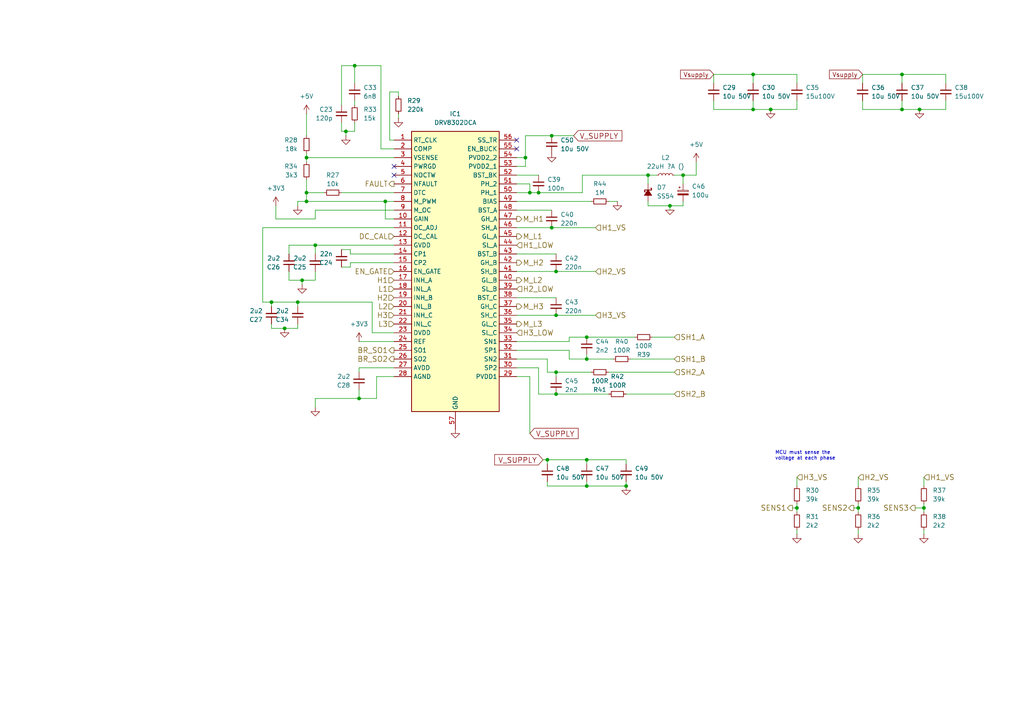
<source format=kicad_sch>
(kicad_sch (version 20231120) (generator "eeschema") (generator_version "8.0")
  (paper "A4")
  (lib_symbols
    (symbol "BLDC_4-rescue:GND-RESCUE-BLDC_4" (power) (pin_names (offset 0))
      (symbol "GND-RESCUE-BLDC_4_0_1"
        (polyline (pts (xy -1.27 0) (xy 0 -1.27) (xy 1.27 0) (xy -1.27 0)))
      )
      (symbol "GND-RESCUE-BLDC_4_1_1"
        (pin power_in line (at 0 0 90) (length 0) hide (name "GND") (number "1"))
      )
    )
    (symbol "Device:C_Polarized_Small" (pin_numbers hide) (pin_names (offset 0.254) hide)
      (property "Reference" "C" (at 0.254 1.778 0))
      (property "Value" "C_Polarized_Small" (at 0.254 -2.032 0))
      (symbol "C_Polarized_Small_0_1"
        (rectangle (start -1.524 -0.3048) (end 1.524 -0.6858) (fill (type outline)))
        (rectangle (start -1.524 0.6858) (end 1.524 0.3048))
        (polyline (pts (xy -1.27 1.524) (xy -0.762 1.524)))
        (polyline (pts (xy -1.016 1.27) (xy -1.016 1.778)))
      )
      (symbol "C_Polarized_Small_1_1"
        (pin passive line (at 0 2.54 270) (length 1.8542) (name "~") (number "1"))
        (pin passive line (at 0 -2.54 90) (length 1.8542) (name "~") (number "2"))
      )
    )
    (symbol "Device:C_Small" (pin_numbers hide) (pin_names (offset 0.254) hide)
      (property "Reference" "C" (at 0.254 1.778 0))
      (property "Value" "C_Small" (at 0.254 -2.032 0))
      (symbol "C_Small_0_1"
        (polyline (pts (xy -1.524 -0.508) (xy 1.524 -0.508)) (stroke (width 0.3302)))
        (polyline (pts (xy -1.524 0.508) (xy 1.524 0.508)) (stroke (width 0.3048)))
      )
      (symbol "C_Small_1_1"
        (pin passive line (at 0 2.54 270) (length 2.032) (name "~") (number "1"))
        (pin passive line (at 0 -2.54 90) (length 2.032) (name "~") (number "2"))
      )
    )
    (symbol "Device:D_Schottky_Small_Filled" (pin_numbers hide) (pin_names (offset 0.254) hide)
      (property "Reference" "D" (at -1.27 2.032 0))
      (property "Value" "D_Schottky_Small_Filled" (at -7.112 -2.032 0))
      (symbol "D_Schottky_Small_Filled_0_1"
        (polyline (pts (xy -0.762 0) (xy 0.762 0)))
        (polyline (pts (xy 0.762 -1.016) (xy -0.762 0) (xy 0.762 1.016) (xy 0.762 -1.016)) (stroke (width 0.254)) (fill (type outline)))
        (polyline (pts (xy -1.27 0.762) (xy -1.27 1.016) (xy -0.762 1.016) (xy -0.762 -1.016) (xy -0.254 -1.016) (xy -0.254 -0.762)) (stroke (width 0.254)))
      )
      (symbol "D_Schottky_Small_Filled_1_1"
        (pin passive line (at -2.54 0 0) (length 1.778) (name "K") (number "1"))
        (pin passive line (at 2.54 0 180) (length 1.778) (name "A") (number "2"))
      )
    )
    (symbol "Device:L_Small" (pin_numbers hide) (pin_names (offset 0.254) hide)
      (property "Reference" "L" (at 0.762 1.016 0))
      (property "Value" "L_Small" (at 0.762 -1.016 0))
      (symbol "L_Small_0_1"
        (arc (start 0 -2.032) (mid 0.5058 -1.524) (end 0 -1.016))
        (arc (start 0 -1.016) (mid 0.5058 -0.508) (end 0 0))
        (arc (start 0 0) (mid 0.5058 0.508) (end 0 1.016))
        (arc (start 0 1.016) (mid 0.5058 1.524) (end 0 2.032))
      )
      (symbol "L_Small_1_1"
        (pin passive line (at 0 2.54 270) (length 0.508) (name "~") (number "1"))
        (pin passive line (at 0 -2.54 90) (length 0.508) (name "~") (number "2"))
      )
    )
    (symbol "Device:R_Small" (pin_numbers hide) (pin_names (offset 0.254) hide)
      (property "Reference" "R" (at 0.762 0.508 0))
      (property "Value" "R_Small" (at 0.762 -1.016 0))
      (symbol "R_Small_0_1"
        (rectangle (start -0.762 1.778) (end 0.762 -1.778) (stroke (width 0.2032)))
      )
      (symbol "R_Small_1_1"
        (pin passive line (at 0 2.54 270) (length 0.762) (name "~") (number "1"))
        (pin passive line (at 0 -2.54 90) (length 0.762) (name "~") (number "2"))
      )
    )
    (symbol "SamacSys_Parts_EP6:DRV8302DCA"
      (property "Reference" "IC" (at 31.75 7.62 0))
      (property "Value" "DRV8302DCA" (at 31.75 5.08 0))
      (symbol "DRV8302DCA_1_1"
        (rectangle (start 5.08 2.54) (end 30.48 -78.74) (stroke (width 0.254)) (fill (type background)))
        (pin passive line (at 0 0 0) (length 5.08) (name "RT_CLK") (number "1"))
        (pin passive line (at 0 -22.86 0) (length 5.08) (name "GAIN") (number "10"))
        (pin passive line (at 0 -25.4 0) (length 5.08) (name "OC_ADJ") (number "11"))
        (pin passive line (at 0 -27.94 0) (length 5.08) (name "DC_CAL") (number "12"))
        (pin passive line (at 0 -30.48 0) (length 5.08) (name "GVDD") (number "13"))
        (pin passive line (at 0 -33.02 0) (length 5.08) (name "CP1") (number "14"))
        (pin passive line (at 0 -35.56 0) (length 5.08) (name "CP2") (number "15"))
        (pin passive line (at 0 -38.1 0) (length 5.08) (name "EN_GATE") (number "16"))
        (pin passive line (at 0 -40.64 0) (length 5.08) (name "INH_A") (number "17"))
        (pin passive line (at 0 -43.18 0) (length 5.08) (name "INL_A") (number "18"))
        (pin passive line (at 0 -45.72 0) (length 5.08) (name "INH_B") (number "19"))
        (pin passive line (at 0 -2.54 0) (length 5.08) (name "COMP") (number "2"))
        (pin passive line (at 0 -48.26 0) (length 5.08) (name "INL_B") (number "20"))
        (pin passive line (at 0 -50.8 0) (length 5.08) (name "INH_C") (number "21"))
        (pin passive line (at 0 -53.34 0) (length 5.08) (name "INL_C") (number "22"))
        (pin passive line (at 0 -55.88 0) (length 5.08) (name "DVDD") (number "23"))
        (pin passive line (at 0 -58.42 0) (length 5.08) (name "REF") (number "24"))
        (pin passive line (at 0 -60.96 0) (length 5.08) (name "SO1") (number "25"))
        (pin passive line (at 0 -63.5 0) (length 5.08) (name "SO2") (number "26"))
        (pin passive line (at 0 -66.04 0) (length 5.08) (name "AVDD") (number "27"))
        (pin passive line (at 0 -68.58 0) (length 5.08) (name "AGND") (number "28"))
        (pin passive line (at 35.56 -68.58 180) (length 5.08) (name "PVDD1") (number "29"))
        (pin passive line (at 0 -5.08 0) (length 5.08) (name "VSENSE") (number "3"))
        (pin passive line (at 35.56 -66.04 180) (length 5.08) (name "SP2") (number "30"))
        (pin passive line (at 35.56 -63.5 180) (length 5.08) (name "SN2") (number "31"))
        (pin passive line (at 35.56 -60.96 180) (length 5.08) (name "SP1") (number "32"))
        (pin passive line (at 35.56 -58.42 180) (length 5.08) (name "SN1") (number "33"))
        (pin passive line (at 35.56 -55.88 180) (length 5.08) (name "SL_C") (number "34"))
        (pin passive line (at 35.56 -53.34 180) (length 5.08) (name "GL_C") (number "35"))
        (pin passive line (at 35.56 -50.8 180) (length 5.08) (name "SH_C") (number "36"))
        (pin passive line (at 35.56 -48.26 180) (length 5.08) (name "GH_C") (number "37"))
        (pin passive line (at 35.56 -45.72 180) (length 5.08) (name "BST_C") (number "38"))
        (pin passive line (at 35.56 -43.18 180) (length 5.08) (name "SL_B") (number "39"))
        (pin passive line (at 0 -7.62 0) (length 5.08) (name "PWRGD") (number "4"))
        (pin passive line (at 35.56 -40.64 180) (length 5.08) (name "GL_B") (number "40"))
        (pin passive line (at 35.56 -38.1 180) (length 5.08) (name "SH_B") (number "41"))
        (pin passive line (at 35.56 -35.56 180) (length 5.08) (name "GH_B") (number "42"))
        (pin passive line (at 35.56 -33.02 180) (length 5.08) (name "BST_B") (number "43"))
        (pin passive line (at 35.56 -30.48 180) (length 5.08) (name "SL_A") (number "44"))
        (pin passive line (at 35.56 -27.94 180) (length 5.08) (name "GL_A") (number "45"))
        (pin passive line (at 35.56 -25.4 180) (length 5.08) (name "SH_A") (number "46"))
        (pin passive line (at 35.56 -22.86 180) (length 5.08) (name "GH_A") (number "47"))
        (pin passive line (at 35.56 -20.32 180) (length 5.08) (name "BST_A") (number "48"))
        (pin passive line (at 35.56 -17.78 180) (length 5.08) (name "BIAS") (number "49"))
        (pin passive line (at 0 -10.16 0) (length 5.08) (name "NOCTW") (number "5"))
        (pin passive line (at 35.56 -15.24 180) (length 5.08) (name "PH_1") (number "50"))
        (pin passive line (at 35.56 -12.7 180) (length 5.08) (name "PH_2") (number "51"))
        (pin passive line (at 35.56 -10.16 180) (length 5.08) (name "BST_BK") (number "52"))
        (pin passive line (at 35.56 -7.62 180) (length 5.08) (name "PVDD2_1") (number "53"))
        (pin passive line (at 35.56 -5.08 180) (length 5.08) (name "PVDD2_2") (number "54"))
        (pin passive line (at 35.56 -2.54 180) (length 5.08) (name "EN_BUCK") (number "55"))
        (pin passive line (at 35.56 0 180) (length 5.08) (name "SS_TR") (number "56"))
        (pin passive line (at 17.78 -83.82 90) (length 5.08) (name "GND") (number "57"))
        (pin passive line (at 0 -12.7 0) (length 5.08) (name "NFAULT") (number "6"))
        (pin passive line (at 0 -15.24 0) (length 5.08) (name "DTC") (number "7"))
        (pin passive line (at 0 -17.78 0) (length 5.08) (name "M_PWM") (number "8"))
        (pin passive line (at 0 -20.32 0) (length 5.08) (name "M_OC") (number "9"))
      )
    )
    (symbol "power:+3V3" (power) (pin_numbers hide) (pin_names (offset 0) hide)
      (property "Value" "+3V3" (at 0 3.556 0))
      (symbol "+3V3_0_1"
        (polyline (pts (xy -0.762 1.27) (xy 0 2.54)))
        (polyline (pts (xy 0 0) (xy 0 2.54)))
        (polyline (pts (xy 0 2.54) (xy 0.762 1.27)))
      )
      (symbol "+3V3_1_1"
        (pin power_in line (at 0 0 90) (length 0) (name "~") (number "1"))
      )
    )
    (symbol "power:+5V" (power) (pin_numbers hide) (pin_names (offset 0) hide)
      (property "Value" "+5V" (at 0 3.556 0))
      (symbol "+5V_0_1"
        (polyline (pts (xy -0.762 1.27) (xy 0 2.54)))
        (polyline (pts (xy 0 0) (xy 0 2.54)))
        (polyline (pts (xy 0 2.54) (xy 0.762 1.27)))
      )
      (symbol "+5V_1_1"
        (pin power_in line (at 0 0 90) (length 0) (name "~") (number "1"))
      )
    )
    (symbol "power:GND" (power) (pin_numbers hide) (pin_names (offset 0) hide)
      (property "Value" "GND" (at 0 -3.81 0))
      (symbol "GND_0_1"
        (polyline (pts (xy 0 0) (xy 0 -1.27) (xy 1.27 -1.27) (xy 0 -2.54) (xy -1.27 -1.27) (xy 0 -1.27)))
      )
      (symbol "GND_1_1"
        (pin power_in line (at 0 0 270) (length 0) (name "~") (number "1"))
      )
    )
  )
  (junction (at 161.29 91.44))
  (junction (at 218.44 21.59))
  (junction (at 231.14 147.32))
  (junction (at 88.9 55.88))
  (junction (at 91.44 71.12))
  (junction (at 153.67 55.88))
  (junction (at 152.4 45.72))
  (junction (at 78.74 87.63))
  (junction (at 86.36 87.63))
  (junction (at 88.9 45.72))
  (junction (at 158.75 133.35))
  (junction (at 111.76 58.42))
  (junction (at 261.62 31.75))
  (junction (at 266.7 31.75))
  (junction (at 267.97 147.32))
  (junction (at 88.9 58.42))
  (junction (at 218.44 31.75))
  (junction (at 104.14 115.57))
  (junction (at 170.18 140.97))
  (junction (at 187.96 50.8))
  (junction (at 261.62 21.59))
  (junction (at 161.29 114.3))
  (junction (at 170.18 133.35))
  (junction (at 87.63 81.28))
  (junction (at 160.02 39.37))
  (junction (at 82.55 95.25))
  (junction (at 161.29 78.74))
  (junction (at 223.52 31.75))
  (junction (at 170.18 97.79))
  (junction (at 156.21 55.88))
  (junction (at 161.29 107.95))
  (junction (at 181.61 140.97))
  (junction (at 248.92 147.32))
  (junction (at 102.87 19.05))
  (junction (at 194.31 59.69))
  (junction (at 100.33 38.1))
  (junction (at 160.02 66.04))
  (junction (at 170.18 104.14))
  (junction (at 198.12 50.8))
  (no_connect (at 149.86 43.18))
  (no_connect (at 149.86 40.64))
  (no_connect (at 114.3 50.8))
  (no_connect (at 114.3 48.26))
  (wire (pts (xy 170.18 140.97) (xy 170.18 139.7)))
  (wire (pts (xy 76.2 66.04) (xy 114.3 66.04)))
  (wire (pts (xy 231.14 31.75) (xy 231.14 29.21)))
  (wire (pts (xy 207.01 31.75) (xy 207.01 29.21)))
  (wire (pts (xy 88.9 45.72) (xy 88.9 46.99)))
  (wire (pts (xy 267.97 154.94) (xy 267.97 153.67)))
  (wire (pts (xy 165.1 97.79) (xy 165.1 99.06)))
  (wire (pts (xy 274.32 31.75) (xy 274.32 29.21)))
  (wire (pts (xy 176.53 107.95) (xy 195.58 107.95)))
  (wire (pts (xy 149.86 101.6) (xy 165.1 101.6)))
  (wire (pts (xy 274.32 31.75) (xy 266.7 31.75)))
  (wire (pts (xy 78.74 87.63) (xy 86.36 87.63)))
  (wire (pts (xy 87.63 81.28) (xy 91.44 81.28)))
  (wire (pts (xy 99.06 30.48) (xy 99.06 19.05)))
  (wire (pts (xy 113.03 40.64) (xy 113.03 26.67)))
  (wire (pts (xy 149.86 50.8) (xy 156.21 50.8)))
  (wire (pts (xy 261.62 24.13) (xy 261.62 21.59)))
  (wire (pts (xy 171.45 58.42) (xy 149.86 58.42)))
  (wire (pts (xy 110.49 43.18) (xy 114.3 43.18)))
  (wire (pts (xy 267.97 148.59) (xy 267.97 147.32)))
  (wire (pts (xy 86.36 58.42) (xy 86.36 59.69)))
  (wire (pts (xy 153.67 109.22) (xy 153.67 125.73)))
  (wire (pts (xy 168.91 50.8) (xy 187.96 50.8)))
  (wire (pts (xy 101.6 76.2) (xy 101.6 77.47)))
  (wire (pts (xy 88.9 55.88) (xy 93.98 55.88)))
  (wire (pts (xy 160.02 39.37) (xy 166.37 39.37)))
  (wire (pts (xy 87.63 81.28) (xy 87.63 82.55)))
  (wire (pts (xy 231.14 147.32) (xy 231.14 146.05)))
  (wire (pts (xy 113.03 40.64) (xy 114.3 40.64)))
  (wire (pts (xy 194.31 59.69) (xy 187.96 59.69)))
  (wire (pts (xy 170.18 133.35) (xy 181.61 133.35)))
  (wire (pts (xy 156.21 106.68) (xy 149.86 106.68)))
  (wire (pts (xy 109.22 115.57) (xy 104.14 115.57)))
  (wire (pts (xy 88.9 52.07) (xy 88.9 55.88)))
  (wire (pts (xy 168.91 55.88) (xy 168.91 50.8)))
  (wire (pts (xy 158.75 104.14) (xy 149.86 104.14)))
  (wire (pts (xy 91.44 60.96) (xy 114.3 60.96)))
  (wire (pts (xy 80.01 63.5) (xy 91.44 63.5)))
  (wire (pts (xy 231.14 24.13) (xy 231.14 21.59)))
  (wire (pts (xy 152.4 45.72) (xy 152.4 48.26)))
  (wire (pts (xy 88.9 44.45) (xy 88.9 45.72)))
  (wire (pts (xy 198.12 59.69) (xy 198.12 58.42)))
  (wire (pts (xy 170.18 97.79) (xy 184.15 97.79)))
  (wire (pts (xy 91.44 115.57) (xy 91.44 118.11)))
  (wire (pts (xy 78.74 88.9) (xy 78.74 87.63)))
  (wire (pts (xy 195.58 50.8) (xy 198.12 50.8)))
  (wire (pts (xy 179.07 58.42) (xy 176.53 58.42)))
  (wire (pts (xy 88.9 45.72) (xy 114.3 45.72)))
  (wire (pts (xy 218.44 21.59) (xy 207.01 21.59)))
  (wire (pts (xy 158.75 104.14) (xy 158.75 107.95)))
  (wire (pts (xy 110.49 19.05) (xy 110.49 43.18)))
  (wire (pts (xy 109.22 109.22) (xy 109.22 115.57)))
  (wire (pts (xy 83.82 71.12) (xy 83.82 73.66)))
  (wire (pts (xy 187.96 58.42) (xy 187.96 59.69)))
  (wire (pts (xy 152.4 39.37) (xy 152.4 45.72)))
  (wire (pts (xy 187.96 50.8) (xy 190.5 50.8)))
  (wire (pts (xy 149.86 60.96) (xy 160.02 60.96)))
  (wire (pts (xy 194.31 59.69) (xy 194.31 60.96)))
  (wire (pts (xy 101.6 73.66) (xy 114.3 73.66)))
  (wire (pts (xy 170.18 133.35) (xy 170.18 134.62)))
  (wire (pts (xy 267.97 147.32) (xy 267.97 146.05)))
  (wire (pts (xy 231.14 31.75) (xy 223.52 31.75)))
  (wire (pts (xy 104.14 106.68) (xy 114.3 106.68)))
  (wire (pts (xy 149.86 53.34) (xy 153.67 53.34)))
  (wire (pts (xy 111.76 63.5) (xy 114.3 63.5)))
  (wire (pts (xy 115.57 33.02) (xy 115.57 34.29)))
  (wire (pts (xy 229.87 147.32) (xy 231.14 147.32)))
  (wire (pts (xy 248.92 148.59) (xy 248.92 147.32)))
  (wire (pts (xy 170.18 104.14) (xy 177.8 104.14)))
  (wire (pts (xy 101.6 77.47) (xy 99.06 77.47)))
  (wire (pts (xy 161.29 107.95) (xy 158.75 107.95)))
  (wire (pts (xy 218.44 31.75) (xy 218.44 29.21)))
  (wire (pts (xy 250.19 21.59) (xy 250.19 24.13)))
  (wire (pts (xy 86.36 87.63) (xy 107.95 87.63)))
  (wire (pts (xy 99.06 35.56) (xy 99.06 38.1)))
  (wire (pts (xy 231.14 154.94) (xy 231.14 153.67)))
  (wire (pts (xy 83.82 81.28) (xy 83.82 78.74)))
  (wire (pts (xy 261.62 31.75) (xy 250.19 31.75)))
  (wire (pts (xy 156.21 114.3) (xy 156.21 106.68)))
  (wire (pts (xy 82.55 95.25) (xy 86.36 95.25)))
  (wire (pts (xy 201.93 50.8) (xy 201.93 46.99)))
  (wire (pts (xy 187.96 53.34) (xy 187.96 50.8)))
  (wire (pts (xy 149.86 91.44) (xy 161.29 91.44)))
  (wire (pts (xy 99.06 38.1) (xy 100.33 38.1)))
  (wire (pts (xy 170.18 140.97) (xy 158.75 140.97)))
  (wire (pts (xy 261.62 21.59) (xy 250.19 21.59)))
  (wire (pts (xy 181.61 133.35) (xy 181.61 134.62)))
  (wire (pts (xy 83.82 71.12) (xy 91.44 71.12)))
  (wire (pts (xy 88.9 58.42) (xy 111.76 58.42)))
  (wire (pts (xy 149.86 66.04) (xy 160.02 66.04)))
  (wire (pts (xy 248.92 147.32) (xy 248.92 146.05)))
  (wire (pts (xy 102.87 19.05) (xy 102.87 24.13)))
  (wire (pts (xy 165.1 99.06) (xy 149.86 99.06)))
  (wire (pts (xy 104.14 115.57) (xy 91.44 115.57)))
  (wire (pts (xy 161.29 91.44) (xy 172.72 91.44)))
  (wire (pts (xy 111.76 58.42) (xy 114.3 58.42)))
  (wire (pts (xy 91.44 71.12) (xy 114.3 71.12)))
  (wire (pts (xy 161.29 78.74) (xy 172.72 78.74)))
  (wire (pts (xy 161.29 86.36) (xy 149.86 86.36)))
  (wire (pts (xy 114.3 109.22) (xy 109.22 109.22)))
  (wire (pts (xy 198.12 50.8) (xy 198.12 53.34)))
  (wire (pts (xy 149.86 55.88) (xy 153.67 55.88)))
  (wire (pts (xy 78.74 95.25) (xy 82.55 95.25)))
  (wire (pts (xy 91.44 78.74) (xy 91.44 81.28)))
  (wire (pts (xy 100.33 39.37) (xy 100.33 38.1)))
  (wire (pts (xy 181.61 114.3) (xy 195.58 114.3)))
  (wire (pts (xy 198.12 50.8) (xy 201.93 50.8)))
  (wire (pts (xy 156.21 114.3) (xy 161.29 114.3)))
  (wire (pts (xy 158.75 133.35) (xy 158.75 134.62)))
  (wire (pts (xy 88.9 33.02) (xy 88.9 39.37)))
  (wire (pts (xy 91.44 63.5) (xy 91.44 60.96)))
  (wire (pts (xy 114.3 99.06) (xy 104.14 99.06)))
  (wire (pts (xy 149.86 78.74) (xy 161.29 78.74)))
  (wire (pts (xy 76.2 66.04) (xy 76.2 87.63)))
  (wire (pts (xy 231.14 148.59) (xy 231.14 147.32)))
  (wire (pts (xy 86.36 88.9) (xy 86.36 87.63)))
  (wire (pts (xy 157.48 133.35) (xy 158.75 133.35)))
  (wire (pts (xy 83.82 81.28) (xy 87.63 81.28)))
  (wire (pts (xy 78.74 95.25) (xy 78.74 93.98)))
  (wire (pts (xy 189.23 97.79) (xy 195.58 97.79)))
  (wire (pts (xy 111.76 58.42) (xy 111.76 63.5)))
  (wire (pts (xy 152.4 39.37) (xy 160.02 39.37)))
  (wire (pts (xy 158.75 140.97) (xy 158.75 139.7)))
  (wire (pts (xy 218.44 24.13) (xy 218.44 21.59)))
  (wire (pts (xy 250.19 31.75) (xy 250.19 29.21)))
  (wire (pts (xy 194.31 59.69) (xy 198.12 59.69)))
  (wire (pts (xy 160.02 66.04) (xy 172.72 66.04)))
  (wire (pts (xy 265.43 147.32) (xy 267.97 147.32)))
  (wire (pts (xy 114.3 76.2) (xy 101.6 76.2)))
  (wire (pts (xy 102.87 35.56) (xy 102.87 38.1)))
  (wire (pts (xy 181.61 140.97) (xy 181.61 139.7)))
  (wire (pts (xy 156.21 55.88) (xy 168.91 55.88)))
  (wire (pts (xy 76.2 87.63) (xy 78.74 87.63)))
  (wire (pts (xy 115.57 26.67) (xy 115.57 27.94)))
  (wire (pts (xy 100.33 38.1) (xy 102.87 38.1)))
  (wire (pts (xy 107.95 96.52) (xy 114.3 96.52)))
  (wire (pts (xy 247.65 147.32) (xy 248.92 147.32)))
  (wire (pts (xy 102.87 19.05) (xy 110.49 19.05)))
  (wire (pts (xy 99.06 19.05) (xy 102.87 19.05)))
  (wire (pts (xy 86.36 58.42) (xy 88.9 58.42)))
  (wire (pts (xy 104.14 107.95) (xy 104.14 106.68)))
  (wire (pts (xy 161.29 109.22) (xy 161.29 107.95)))
  (wire (pts (xy 149.86 109.22) (xy 153.67 109.22)))
  (wire (pts (xy 248.92 138.43) (xy 248.92 140.97)))
  (wire (pts (xy 218.44 21.59) (xy 231.14 21.59)))
  (wire (pts (xy 153.67 55.88) (xy 156.21 55.88)))
  (wire (pts (xy 149.86 45.72) (xy 152.4 45.72)))
  (wire (pts (xy 80.01 59.69) (xy 80.01 63.5)))
  (wire (pts (xy 91.44 71.12) (xy 91.44 73.66)))
  (wire (pts (xy 86.36 95.25) (xy 86.36 93.98)))
  (wire (pts (xy 261.62 21.59) (xy 274.32 21.59)))
  (wire (pts (xy 207.01 21.59) (xy 207.01 24.13)))
  (wire (pts (xy 267.97 138.43) (xy 267.97 140.97)))
  (wire (pts (xy 223.52 31.75) (xy 218.44 31.75)))
  (wire (pts (xy 107.95 87.63) (xy 107.95 96.52)))
  (wire (pts (xy 158.75 133.35) (xy 170.18 133.35)))
  (wire (pts (xy 88.9 55.88) (xy 88.9 58.42)))
  (wire (pts (xy 104.14 113.03) (xy 104.14 115.57)))
  (wire (pts (xy 99.06 72.39) (xy 101.6 72.39)))
  (wire (pts (xy 170.18 102.87) (xy 170.18 104.14)))
  (wire (pts (xy 266.7 31.75) (xy 261.62 31.75)))
  (wire (pts (xy 113.03 26.67) (xy 115.57 26.67)))
  (wire (pts (xy 161.29 73.66) (xy 149.86 73.66)))
  (wire (pts (xy 161.29 107.95) (xy 171.45 107.95)))
  (wire (pts (xy 274.32 24.13) (xy 274.32 21.59)))
  (wire (pts (xy 261.62 31.75) (xy 261.62 29.21)))
  (wire (pts (xy 165.1 104.14) (xy 165.1 101.6)))
  (wire (pts (xy 153.67 53.34) (xy 153.67 55.88)))
  (wire (pts (xy 102.87 30.48) (xy 102.87 29.21)))
  (wire (pts (xy 182.88 104.14) (xy 195.58 104.14)))
  (wire (pts (xy 152.4 48.26) (xy 149.86 48.26)))
  (wire (pts (xy 248.92 154.94) (xy 248.92 153.67)))
  (wire (pts (xy 165.1 97.79) (xy 170.18 97.79)))
  (wire (pts (xy 181.61 140.97) (xy 170.18 140.97)))
  (wire (pts (xy 161.29 114.3) (xy 176.53 114.3)))
  (wire (pts (xy 231.14 138.43) (xy 231.14 140.97)))
  (wire (pts (xy 101.6 72.39) (xy 101.6 73.66)))
  (wire (pts (xy 99.06 55.88) (xy 114.3 55.88)))
  (wire (pts (xy 218.44 31.75) (xy 207.01 31.75)))
  (wire (pts (xy 165.1 104.14) (xy 170.18 104.14)))
  (text "MCU must sense the\nvoltage at each phase" (at 224.79 133.604 0) (effects (font (size 1.016 1.016)) (justify left bottom)))
  (global_label "Vsupply" (shape input) (at 250.19 21.59 180) (property "Intersheetrefs" "${INTERSHEET_REFS}" (effects (hide yes))))
  (global_label "Vsupply" (shape input) (at 207.01 21.59 180) (property "Intersheetrefs" "${INTERSHEET_REFS}" (effects (hide yes))))
  (global_label "V_SUPPLY" (shape input) (at 166.37 39.37 0) (effects (font (size 1.524 1.524))) (property "Intersheetrefs" "${INTERSHEET_REFS}" (effects (hide yes))))
  (global_label "V_SUPPLY" (shape input) (at 153.67 125.73 0) (effects (font (size 1.524 1.524))) (property "Intersheetrefs" "${INTERSHEET_REFS}" (effects (hide yes))))
  (global_label "V_SUPPLY" (shape input) (at 157.48 133.35 180) (effects (font (size 1.524 1.524))) (property "Intersheetrefs" "${INTERSHEET_REFS}" (effects (hide yes))))
  (hierarchical_label "SENS3" (shape output) (at 265.43 147.32 180) (effects (font (size 1.524 1.524))))
  (hierarchical_label "SH2_A" (shape input) (at 195.58 107.95 0) (effects (font (size 1.524 1.524))))
  (hierarchical_label "H2" (shape input) (at 114.3 86.36 180) (effects (font (size 1.524 1.524))))
  (hierarchical_label "H1_VS" (shape input) (at 267.97 138.43 0) (effects (font (size 1.524 1.524))))
  (hierarchical_label "H2_LOW" (shape input) (at 149.86 83.82 0) (effects (font (size 1.524 1.524))))
  (hierarchical_label "M_L2" (shape output) (at 149.86 81.28 0) (effects (font (size 1.524 1.524))))
  (hierarchical_label "SENS2" (shape output) (at 247.65 147.32 180) (effects (font (size 1.524 1.524))))
  (hierarchical_label "L2" (shape input) (at 114.3 88.9 180) (effects (font (size 1.524 1.524))))
  (hierarchical_label "M_H3" (shape output) (at 149.86 88.9 0) (effects (font (size 1.524 1.524))))
  (hierarchical_label "L3" (shape input) (at 114.3 93.98 180) (effects (font (size 1.524 1.524))))
  (hierarchical_label "H1_VS" (shape input) (at 172.72 66.04 0) (effects (font (size 1.524 1.524))))
  (hierarchical_label "H2_VS" (shape input) (at 172.72 78.74 0) (effects (font (size 1.524 1.524))))
  (hierarchical_label "SH2_B" (shape input) (at 195.58 114.3 0) (effects (font (size 1.524 1.524))))
  (hierarchical_label "SH1_A" (shape input) (at 195.58 97.79 0) (effects (font (size 1.524 1.524))))
  (hierarchical_label "H2_VS" (shape input) (at 248.92 138.43 0) (effects (font (size 1.524 1.524))))
  (hierarchical_label "M_H2" (shape output) (at 149.86 76.2 0) (effects (font (size 1.524 1.524))))
  (hierarchical_label "M_L3" (shape output) (at 149.86 93.98 0) (effects (font (size 1.524 1.524))))
  (hierarchical_label "M_H1" (shape output) (at 149.86 63.5 0) (effects (font (size 1.524 1.524))))
  (hierarchical_label "H3_LOW" (shape input) (at 149.86 96.52 0) (effects (font (size 1.524 1.524))))
  (hierarchical_label "DC_CAL" (shape input) (at 114.3 68.58 180) (effects (font (size 1.524 1.524))))
  (hierarchical_label "EN_GATE" (shape input) (at 114.3 78.74 180) (effects (font (size 1.524 1.524))))
  (hierarchical_label "BR_SO1" (shape output) (at 114.3 101.6 180) (effects (font (size 1.524 1.524))))
  (hierarchical_label "H1_LOW" (shape input) (at 149.86 71.12 0) (effects (font (size 1.524 1.524))))
  (hierarchical_label "SH1_B" (shape input) (at 195.58 104.14 0) (effects (font (size 1.524 1.524))))
  (hierarchical_label "H1" (shape input) (at 114.3 81.28 180) (effects (font (size 1.524 1.524))))
  (hierarchical_label "M_L1" (shape output) (at 149.86 68.58 0) (effects (font (size 1.524 1.524))))
  (hierarchical_label "H3_VS" (shape input) (at 231.14 138.43 0) (effects (font (size 1.524 1.524))))
  (hierarchical_label "H3" (shape input) (at 114.3 91.44 180) (effects (font (size 1.524 1.524))))
  (hierarchical_label "BR_SO2" (shape output) (at 114.3 104.14 180) (effects (font (size 1.524 1.524))))
  (hierarchical_label "FAULT" (shape output) (at 114.3 53.34 180) (effects (font (size 1.524 1.524))))
  (hierarchical_label "SENS1" (shape output) (at 229.87 147.32 180) (effects (font (size 1.524 1.524))))
  (hierarchical_label "L1" (shape input) (at 114.3 83.82 180) (effects (font (size 1.524 1.524))))
  (hierarchical_label "H3_VS" (shape input) (at 172.72 91.44 0) (effects (font (size 1.524 1.524))))
  (symbol (lib_id "Device:C_Small") (at 83.82 76.2 180) (unit 1)
    (property "Reference" "C26" (at 81.28 77.4637 0) (effects (justify left)))
    (property "Value" "2u2" (at 81.28 74.9237 0) (effects (justify left)))
    (property "Footprint" "Capacitor_SMD:C_0603_1608Metric" (effects (hide yes)))
    (property "Description" "Unpolarized capacitor, small symbol" (effects (hide yes)))
  )
  (symbol (lib_id "Device:R_Small") (at 180.34 104.14 90) (unit 1)
    (property "Reference" "R40" (at 180.34 99.06 90))
    (property "Value" "100R" (at 180.34 101.6 90))
    (property "Footprint" "Resistor_SMD:R_0603_1608Metric" (effects (hide yes)))
    (property "Description" "Resistor, small symbol" (effects (hide yes)))
  )
  (symbol (lib_id "Device:C_Small") (at 207.01 26.67 0) (unit 1)
    (property "Reference" "C29" (at 209.55 25.4063 0) (effects (justify left)))
    (property "Value" "10u 50V" (at 209.55 27.9463 0) (effects (justify left)))
    (property "Footprint" "Capacitor_SMD:C_1206_3216Metric" (effects (hide yes)))
    (property "Description" "Unpolarized capacitor, small symbol" (effects (hide yes)))
  )
  (symbol (lib_id "Device:C_Small") (at 261.62 26.67 0) (unit 1)
    (property "Reference" "C37" (at 264.16 25.4063 0) (effects (justify left)))
    (property "Value" "10u 50V" (at 264.16 27.9463 0) (effects (justify left)))
    (property "Footprint" "Capacitor_SMD:C_1206_3216Metric" (effects (hide yes)))
    (property "Description" "Unpolarized capacitor, small symbol" (effects (hide yes)))
  )
  (symbol (lib_id "Device:C_Small") (at 99.06 74.93 180) (unit 1)
    (property "Reference" "C24" (at 96.52 76.1937 0) (effects (justify left)))
    (property "Value" "22n" (at 96.52 73.6537 0) (effects (justify left)))
    (property "Footprint" "Capacitor_SMD:C_0603_1608Metric" (effects (hide yes)))
    (property "Description" "Unpolarized capacitor, small symbol" (effects (hide yes)))
  )
  (symbol (lib_id "Device:R_Small") (at 88.9 49.53 0) (mirror y) (unit 1)
    (property "Reference" "R34" (at 86.36 48.26 0) (effects (justify left)))
    (property "Value" "3k3" (at 86.36 50.8 0) (effects (justify left)))
    (property "Footprint" "Resistor_SMD:R_0603_1608Metric" (effects (hide yes)))
    (property "Description" "Resistor, small symbol" (effects (hide yes)))
  )
  (symbol (lib_id "Device:D_Schottky_Small_Filled") (at 187.96 55.88 270) (unit 1)
    (property "Reference" "D7" (at 190.5 54.356 90) (effects (justify left)))
    (property "Value" "SS54" (at 190.5 56.896 90) (effects (justify left)))
    (property "Footprint" "Diode_SMD:D_SMA" (effects (hide yes)))
    (property "Description" "Schottky diode, small symbol, filled shape" (effects (hide yes)))
  )
  (symbol (lib_id "power:GND") (at 181.61 140.97 0) (unit 1)
    (property "Reference" "#PWR073" (effects (hide yes)))
    (property "Value" "GND" (effects (hide yes)))
    (property "Description" "Power symbol creates a global label with name \"GND\" , ground" (effects (hide yes)))
  )
  (symbol (lib_id "Device:R_Small") (at 173.99 58.42 90) (unit 1)
    (property "Reference" "R44" (at 173.99 53.34 90))
    (property "Value" "1M" (at 173.99 55.88 90))
    (property "Footprint" "Resistor_SMD:R_0603_1608Metric" (effects (hide yes)))
    (property "Description" "Resistor, small symbol" (effects (hide yes)))
  )
  (symbol (lib_id "power:GND") (at 91.44 118.11 0) (unit 1)
    (property "Reference" "#PWR048" (effects (hide yes)))
    (property "Value" "GND" (effects (hide yes)))
    (property "Description" "Power symbol creates a global label with name \"GND\" , ground" (effects (hide yes)))
  )
  (symbol (lib_id "power:GND") (at 179.07 58.42 0) (unit 1)
    (property "Reference" "#PWR071" (effects (hide yes)))
    (property "Value" "GND" (effects (hide yes)))
    (property "Description" "Power symbol creates a global label with name \"GND\" , ground" (effects (hide yes)))
  )
  (symbol (lib_id "Device:R_Small") (at 102.87 33.02 0) (unit 1)
    (property "Reference" "R33" (at 105.41 31.75 0) (effects (justify left)))
    (property "Value" "15k" (at 105.41 34.29 0) (effects (justify left)))
    (property "Footprint" "Resistor_SMD:R_0603_1608Metric" (effects (hide yes)))
    (property "Description" "Resistor, small symbol" (effects (hide yes)))
  )
  (symbol (lib_id "Device:R_Small") (at 248.92 151.13 0) (unit 1)
    (property "Reference" "R36" (at 251.46 149.86 0) (effects (justify left)))
    (property "Value" "2k2" (at 251.46 152.4 0) (effects (justify left)))
    (property "Footprint" "Resistor_SMD:R_0603_1608Metric" (effects (hide yes)))
    (property "Description" "Resistor, small symbol" (effects (hide yes)))
  )
  (symbol (lib_id "Device:C_Small") (at 181.61 137.16 0) (unit 1)
    (property "Reference" "C49" (at 184.15 135.8963 0) (effects (justify left)))
    (property "Value" "10u 50V" (at 184.15 138.4363 0) (effects (justify left)))
    (property "Footprint" "Capacitor_SMD:C_1206_3216Metric" (effects (hide yes)))
    (property "Description" "Unpolarized capacitor, small symbol" (effects (hide yes)))
  )
  (symbol (lib_id "Device:C_Small") (at 160.02 41.91 0) (unit 1)
    (property "Reference" "C50" (at 162.56 40.6463 0) (effects (justify left)))
    (property "Value" "10u 50V" (at 162.56 43.1863 0) (effects (justify left)))
    (property "Footprint" "Capacitor_SMD:C_1206_3216Metric" (effects (hide yes)))
    (property "Description" "Unpolarized capacitor, small symbol" (effects (hide yes)))
  )
  (symbol (lib_id "Device:C_Small") (at 78.74 91.44 180) (unit 1)
    (property "Reference" "C27" (at 76.2 92.7037 0) (effects (justify left)))
    (property "Value" "2u2" (at 76.2 90.1637 0) (effects (justify left)))
    (property "Footprint" "Capacitor_SMD:C_0603_1608Metric" (effects (hide yes)))
    (property "Description" "Unpolarized capacitor, small symbol" (effects (hide yes)))
  )
  (symbol (lib_id "Device:R_Small") (at 173.99 107.95 90) (mirror x) (unit 1)
    (property "Reference" "R41" (at 173.99 113.03 90))
    (property "Value" "100R" (at 173.99 110.49 90))
    (property "Footprint" "Resistor_SMD:R_0603_1608Metric" (effects (hide yes)))
    (property "Description" "Resistor, small symbol" (effects (hide yes)))
  )
  (symbol (lib_id "power:GND") (at 82.55 95.25 0) (unit 1)
    (property "Reference" "#PWR062" (effects (hide yes)))
    (property "Value" "GND" (effects (hide yes)))
    (property "Description" "Power symbol creates a global label with name \"GND\" , ground" (effects (hide yes)))
  )
  (symbol (lib_id "Device:R_Small") (at 267.97 143.51 0) (unit 1)
    (property "Reference" "R37" (at 270.51 142.24 0) (effects (justify left)))
    (property "Value" "39k" (at 270.51 144.78 0) (effects (justify left)))
    (property "Footprint" "Resistor_SMD:R_0603_1608Metric" (effects (hide yes)))
    (property "Description" "Resistor, small symbol" (effects (hide yes)))
  )
  (symbol (lib_id "power:GND") (at 248.92 154.94 0) (unit 1)
    (property "Reference" "#PWR065" (effects (hide yes)))
    (property "Value" "GND" (effects (hide yes)))
    (property "Description" "Power symbol creates a global label with name \"GND\" , ground" (effects (hide yes)))
  )
  (symbol (lib_id "Device:C_Small") (at 161.29 76.2 0) (unit 1)
    (property "Reference" "C42" (at 163.83 74.9363 0) (effects (justify left)))
    (property "Value" "220n" (at 163.83 77.4763 0) (effects (justify left)))
    (property "Footprint" "Capacitor_SMD:C_0603_1608Metric" (effects (hide yes)))
    (property "Description" "Unpolarized capacitor, small symbol" (effects (hide yes)))
  )
  (symbol (lib_id "power:+3V3") (at 80.01 59.69 0) (unit 1)
    (property "Reference" "#PWR060" (effects (hide yes)))
    (property "Value" "+3V3" (at 80.01 54.61 0))
    (property "Description" "Power symbol creates a global label with name \"+3V3\"" (effects (hide yes)))
  )
  (symbol (lib_id "power:+5V") (at 201.93 46.99 0) (unit 1)
    (property "Reference" "#PWR069" (effects (hide yes)))
    (property "Value" "+5V" (at 201.93 41.91 0))
    (property "Description" "Power symbol creates a global label with name \"+5V\"" (effects (hide yes)))
  )
  (symbol (lib_id "Device:C_Small") (at 274.32 26.67 0) (unit 1)
    (property "Reference" "C38" (at 276.86 25.4063 0) (effects (justify left)))
    (property "Value" "15u100V" (at 276.86 27.9463 0) (effects (justify left)))
    (property "Footprint" "Capacitor_SMD:C_2220_5750Metric" (effects (hide yes)))
    (property "Description" "Unpolarized capacitor, small symbol" (effects (hide yes)))
  )
  (symbol (lib_id "power:GND") (at 160.02 44.45 0) (unit 1)
    (property "Reference" "#PWR070" (effects (hide yes)))
    (property "Value" "GND" (effects (hide yes)))
    (property "Description" "Power symbol creates a global label with name \"GND\" , ground" (effects (hide yes)))
  )
  (symbol (lib_id "power:GND") (at 86.36 59.69 0) (unit 1)
    (property "Reference" "#PWR050" (effects (hide yes)))
    (property "Value" "GND" (effects (hide yes)))
    (property "Description" "Power symbol creates a global label with name \"GND\" , ground" (effects (hide yes)))
  )
  (symbol (lib_id "Device:C_Small") (at 231.14 26.67 0) (unit 1)
    (property "Reference" "C35" (at 233.68 25.4063 0) (effects (justify left)))
    (property "Value" "15u100V" (at 233.68 27.9463 0) (effects (justify left)))
    (property "Footprint" "Capacitor_SMD:C_2220_5750Metric" (effects (hide yes)))
    (property "Description" "Unpolarized capacitor, small symbol" (effects (hide yes)))
  )
  (symbol (lib_id "Device:R_Small") (at 179.07 114.3 90) (unit 1)
    (property "Reference" "R42" (at 179.07 109.22 90))
    (property "Value" "100R" (at 179.07 111.76 90))
    (property "Footprint" "Resistor_SMD:R_0603_1608Metric" (effects (hide yes)))
    (property "Description" "Resistor, small symbol" (effects (hide yes)))
  )
  (symbol (lib_id "Device:C_Small") (at 170.18 137.16 0) (unit 1)
    (property "Reference" "C47" (at 172.72 135.8963 0) (effects (justify left)))
    (property "Value" "10u 50V" (at 172.72 138.4363 0) (effects (justify left)))
    (property "Footprint" "Capacitor_SMD:C_1206_3216Metric" (effects (hide yes)))
    (property "Description" "Unpolarized capacitor, small symbol" (effects (hide yes)))
  )
  (symbol (lib_id "power:GND") (at 266.7 31.75 0) (unit 1)
    (property "Reference" "#PWR068" (effects (hide yes)))
    (property "Value" "GND" (effects (hide yes)))
    (property "Description" "Power symbol creates a global label with name \"GND\" , ground" (effects (hide yes)))
  )
  (symbol (lib_id "power:GND") (at 87.63 82.55 0) (unit 1)
    (property "Reference" "#PWR051" (effects (hide yes)))
    (property "Value" "GND" (effects (hide yes)))
    (property "Description" "Power symbol creates a global label with name \"GND\" , ground" (effects (hide yes)))
  )
  (symbol (lib_id "power:GND") (at 231.14 154.94 0) (unit 1)
    (property "Reference" "#PWR064" (effects (hide yes)))
    (property "Value" "GND" (effects (hide yes)))
    (property "Description" "Power symbol creates a global label with name \"GND\" , ground" (effects (hide yes)))
  )
  (symbol (lib_id "BLDC_4-rescue:GND-RESCUE-BLDC_4") (at 194.31 60.96 0) (unit 1)
    (property "Reference" "#PWR072" (effects (hide yes)))
    (property "Value" "GND" (effects (hide yes)))
  )
  (symbol (lib_id "power:GND") (at 100.33 39.37 0) (unit 1)
    (property "Reference" "#PWR049" (effects (hide yes)))
    (property "Value" "GND" (effects (hide yes)))
    (property "Description" "Power symbol creates a global label with name \"GND\" , ground" (effects (hide yes)))
  )
  (symbol (lib_id "Device:C_Small") (at 161.29 88.9 0) (unit 1)
    (property "Reference" "C43" (at 163.83 87.6363 0) (effects (justify left)))
    (property "Value" "220n" (at 163.83 90.1763 0) (effects (justify left)))
    (property "Footprint" "Capacitor_SMD:C_0603_1608Metric" (effects (hide yes)))
    (property "Description" "Unpolarized capacitor, small symbol" (effects (hide yes)))
  )
  (symbol (lib_id "Device:C_Small") (at 99.06 33.02 0) (mirror y) (unit 1)
    (property "Reference" "C23" (at 96.52 31.7563 0) (effects (justify left)))
    (property "Value" "120p" (at 96.52 34.2963 0) (effects (justify left)))
    (property "Footprint" "Capacitor_SMD:C_0603_1608Metric" (effects (hide yes)))
    (property "Description" "Unpolarized capacitor, small symbol" (effects (hide yes)))
  )
  (symbol (lib_id "power:GND") (at 223.52 31.75 0) (unit 1)
    (property "Reference" "#PWR067" (effects (hide yes)))
    (property "Value" "GND" (effects (hide yes)))
    (property "Description" "Power symbol creates a global label with name \"GND\" , ground" (effects (hide yes)))
  )
  (symbol (lib_id "Device:R_Small") (at 96.52 55.88 90) (unit 1)
    (property "Reference" "R27" (at 96.52 50.8 90))
    (property "Value" "10k" (at 96.52 53.34 90))
    (property "Footprint" "Resistor_SMD:R_0603_1608Metric" (effects (hide yes)))
    (property "Description" "Resistor, small symbol" (effects (hide yes)))
  )
  (symbol (lib_id "power:GND") (at 115.57 34.29 0) (unit 1)
    (property "Reference" "#PWR047" (effects (hide yes)))
    (property "Value" "GND" (effects (hide yes)))
    (property "Description" "Power symbol creates a global label with name \"GND\" , ground" (effects (hide yes)))
  )
  (symbol (lib_id "Device:C_Small") (at 104.14 110.49 180) (unit 1)
    (property "Reference" "C28" (at 101.6 111.7537 0) (effects (justify left)))
    (property "Value" "2u2" (at 101.6 109.2137 0) (effects (justify left)))
    (property "Footprint" "Capacitor_SMD:C_0603_1608Metric" (effects (hide yes)))
    (property "Description" "Unpolarized capacitor, small symbol" (effects (hide yes)))
  )
  (symbol (lib_id "Device:L_Small") (at 193.04 50.8 90) (unit 1)
    (property "Reference" "L2" (at 193.04 45.72 90))
    (property "Value" "22uH ?A ()" (at 193.04 48.26 90))
    (property "Footprint" "Inductor_SMD:L_Bourns_SRR1260" (effects (hide yes)))
    (property "Description" "Inductor, small symbol" (effects (hide yes)))
  )
  (symbol (lib_id "Device:C_Small") (at 86.36 91.44 180) (unit 1)
    (property "Reference" "C34" (at 83.82 92.7037 0) (effects (justify left)))
    (property "Value" "2u2" (at 83.82 90.1637 0) (effects (justify left)))
    (property "Footprint" "Capacitor_SMD:C_0603_1608Metric" (effects (hide yes)))
    (property "Description" "Unpolarized capacitor, small symbol" (effects (hide yes)))
  )
  (symbol (lib_id "Device:R_Small") (at 186.69 97.79 90) (mirror x) (unit 1)
    (property "Reference" "R39" (at 186.69 102.87 90))
    (property "Value" "100R" (at 186.69 100.33 90))
    (property "Footprint" "Resistor_SMD:R_0603_1608Metric" (effects (hide yes)))
    (property "Description" "Resistor, small symbol" (effects (hide yes)))
  )
  (symbol (lib_id "power:+3V3") (at 104.14 99.06 0) (unit 1)
    (property "Reference" "#PWR061" (effects (hide yes)))
    (property "Value" "+3V3" (at 104.14 93.98 0))
    (property "Description" "Power symbol creates a global label with name \"+3V3\"" (effects (hide yes)))
  )
  (symbol (lib_id "Device:C_Small") (at 91.44 76.2 180) (unit 1)
    (property "Reference" "C25" (at 88.9 77.4637 0) (effects (justify left)))
    (property "Value" "2u2" (at 88.9 74.9237 0) (effects (justify left)))
    (property "Footprint" "Capacitor_SMD:C_0603_1608Metric" (effects (hide yes)))
    (property "Description" "Unpolarized capacitor, small symbol" (effects (hide yes)))
  )
  (symbol (lib_id "Device:C_Small") (at 161.29 111.76 0) (unit 1)
    (property "Reference" "C45" (at 163.83 110.4963 0) (effects (justify left)))
    (property "Value" "2n2" (at 163.83 113.0363 0) (effects (justify left)))
    (property "Footprint" "Capacitor_SMD:C_0603_1608Metric" (effects (hide yes)))
    (property "Description" "Unpolarized capacitor, small symbol" (effects (hide yes)))
  )
  (symbol (lib_id "Device:C_Small") (at 170.18 100.33 0) (unit 1)
    (property "Reference" "C44" (at 172.72 99.0663 0) (effects (justify left)))
    (property "Value" "2n2" (at 172.72 101.6063 0) (effects (justify left)))
    (property "Footprint" "Capacitor_SMD:C_0603_1608Metric" (effects (hide yes)))
    (property "Description" "Unpolarized capacitor, small symbol" (effects (hide yes)))
  )
  (symbol (lib_id "Device:C_Small") (at 250.19 26.67 0) (unit 1)
    (property "Reference" "C36" (at 252.73 25.4063 0) (effects (justify left)))
    (property "Value" "10u 50V" (at 252.73 27.9463 0) (effects (justify left)))
    (property "Footprint" "Capacitor_SMD:C_1206_3216Metric" (effects (hide yes)))
    (property "Description" "Unpolarized capacitor, small symbol" (effects (hide yes)))
  )
  (symbol (lib_id "SamacSys_Parts_EP6:DRV8302DCA") (at 114.3 40.64 0) (unit 1)
    (property "Reference" "IC1" (at 132.08 33.02 0))
    (property "Value" "DRV8302DCA" (at 132.08 35.56 0))
    (property "Footprint" "SamacSys_Parts_EP6:SOP50P810X120-57N" (effects (hide yes)))
    (property "Datasheet" "http://www.ti.com/lit/ds/symlink/drv8302.pdf" (effects (hide yes)))
    (property "Description" "3-Phase Brushless Motor Pre-Driver DRV8302DCA, Motor Driver, 3-Phase Motor Driver, 200kHz 8 ??? 60 V, 56-Pin HTSSOP" (effects (hide yes)))
    (property "Height" "1.2" (effects (hide yes)))
    (property "Mouser Part Number" "595-DRV8302DCA" (effects (hide yes)))
    (property "Mouser Price/Stock" "https://www.mouser.co.uk/ProductDetail/Texas-Instruments/DRV8302DCA?qs=UMk2QrKu%2FwwgoG3aN39ZGg%3D%3D" (effects (hide yes)))
    (property "Manufacturer_Name" "Texas Instruments" (effects (hide yes)))
    (property "Manufacturer_Part_Number" "DRV8302DCA" (effects (hide yes)))
  )
  (symbol (lib_id "power:GND") (at 132.08 124.46 0) (unit 1)
    (property "Reference" "#PWR063" (effects (hide yes)))
    (property "Value" "GND" (effects (hide yes)))
    (property "Description" "Power symbol creates a global label with name \"GND\" , ground" (effects (hide yes)))
  )
  (symbol (lib_id "Device:C_Small") (at 156.21 53.34 0) (unit 1)
    (property "Reference" "C39" (at 158.75 52.0763 0) (effects (justify left)))
    (property "Value" "100n" (at 158.75 54.6163 0) (effects (justify left)))
    (property "Footprint" "Capacitor_SMD:C_0603_1608Metric" (effects (hide yes)))
    (property "Description" "Unpolarized capacitor, small symbol" (effects (hide yes)))
  )
  (symbol (lib_id "Device:C_Small") (at 218.44 26.67 0) (unit 1)
    (property "Reference" "C30" (at 220.98 25.4063 0) (effects (justify left)))
    (property "Value" "10u 50V" (at 220.98 27.9463 0) (effects (justify left)))
    (property "Footprint" "Capacitor_SMD:C_1206_3216Metric" (effects (hide yes)))
    (property "Description" "Unpolarized capacitor, small symbol" (effects (hide yes)))
  )
  (symbol (lib_id "Device:C_Small") (at 158.75 137.16 0) (unit 1)
    (property "Reference" "C48" (at 161.29 135.8963 0) (effects (justify left)))
    (property "Value" "10u 50V" (at 161.29 138.4363 0) (effects (justify left)))
    (property "Footprint" "Capacitor_SMD:C_1206_3216Metric" (effects (hide yes)))
    (property "Description" "Unpolarized capacitor, small symbol" (effects (hide yes)))
  )
  (symbol (lib_id "Device:C_Small") (at 160.02 63.5 0) (unit 1)
    (property "Reference" "C40" (at 162.56 62.2363 0) (effects (justify left)))
    (property "Value" "220n" (at 162.56 64.7763 0) (effects (justify left)))
    (property "Footprint" "Capacitor_SMD:C_0603_1608Metric" (effects (hide yes)))
    (property "Description" "Unpolarized capacitor, small symbol" (effects (hide yes)))
  )
  (symbol (lib_id "Device:C_Polarized_Small") (at 198.12 55.88 0) (unit 1)
    (property "Reference" "C46" (at 200.66 54.0639 0) (effects (justify left)))
    (property "Value" "100u" (at 200.66 56.6039 0) (effects (justify left)))
    (property "Footprint" "Capacitor_Tantalum_SMD:CP_EIA-3528-12_Kemet-T" (effects (hide yes)))
    (property "Description" "Polarized capacitor, small symbol" (effects (hide yes)))
  )
  (symbol (lib_id "Device:R_Small") (at 88.9 41.91 0) (mirror y) (unit 1)
    (property "Reference" "R28" (at 86.36 40.64 0) (effects (justify left)))
    (property "Value" "18k" (at 86.36 43.18 0) (effects (justify left)))
    (property "Footprint" "Resistor_SMD:R_0603_1608Metric" (effects (hide yes)))
    (property "Description" "Resistor, small symbol" (effects (hide yes)))
  )
  (symbol (lib_id "Device:R_Small") (at 267.97 151.13 0) (unit 1)
    (property "Reference" "R38" (at 270.51 149.86 0) (effects (justify left)))
    (property "Value" "2k2" (at 270.51 152.4 0) (effects (justify left)))
    (property "Footprint" "Resistor_SMD:R_0603_1608Metric" (effects (hide yes)))
    (property "Description" "Resistor, small symbol" (effects (hide yes)))
  )
  (symbol (lib_id "Device:C_Small") (at 102.87 26.67 0) (unit 1)
    (property "Reference" "C33" (at 105.41 25.4063 0) (effects (justify left)))
    (property "Value" "6n8" (at 105.41 27.9463 0) (effects (justify left)))
    (property "Footprint" "Capacitor_SMD:C_0603_1608Metric" (effects (hide yes)))
    (property "Description" "Unpolarized capacitor, small symbol" (effects (hide yes)))
  )
  (symbol (lib_id "Device:R_Small") (at 231.14 151.13 0) (unit 1)
    (property "Reference" "R31" (at 233.68 149.86 0) (effects (justify left)))
    (property "Value" "2k2" (at 233.68 152.4 0) (effects (justify left)))
    (property "Footprint" "Resistor_SMD:R_0603_1608Metric" (effects (hide yes)))
    (property "Description" "Resistor, small symbol" (effects (hide yes)))
  )
  (symbol (lib_id "Device:R_Small") (at 231.14 143.51 0) (unit 1)
    (property "Reference" "R30" (at 233.68 142.24 0) (effects (justify left)))
    (property "Value" "39k" (at 233.68 144.78 0) (effects (justify left)))
    (property "Footprint" "Resistor_SMD:R_0603_1608Metric" (effects (hide yes)))
    (property "Description" "Resistor, small symbol" (effects (hide yes)))
  )
  (symbol (lib_id "Device:R_Small") (at 248.92 143.51 0) (unit 1)
    (property "Reference" "R35" (at 251.46 142.24 0) (effects (justify left)))
    (property "Value" "39k" (at 251.46 144.78 0) (effects (justify left)))
    (property "Footprint" "Resistor_SMD:R_0603_1608Metric" (effects (hide yes)))
    (property "Description" "Resistor, small symbol" (effects (hide yes)))
  )
  (symbol (lib_id "power:+5V") (at 88.9 33.02 0) (unit 1)
    (property "Reference" "#PWR046" (effects (hide yes)))
    (property "Value" "+5V" (at 88.9 27.94 0))
    (property "Description" "Power symbol creates a global label with name \"+5V\"" (effects (hide yes)))
  )
  (symbol (lib_id "power:GND") (at 267.97 154.94 0) (unit 1)
    (property "Reference" "#PWR066" (effects (hide yes)))
    (property "Value" "GND" (effects (hide yes)))
    (property "Description" "Power symbol creates a global label with name \"GND\" , ground" (effects (hide yes)))
  )
  (symbol (lib_id "Device:R_Small") (at 115.57 30.48 0) (unit 1)
    (property "Reference" "R29" (at 118.11 29.21 0) (effects (justify left)))
    (property "Value" "220k" (at 118.11 31.75 0) (effects (justify left)))
    (property "Footprint" "Resistor_SMD:R_0603_1608Metric" (effects (hide yes)))
    (property "Description" "Resistor, small symbol" (effects (hide yes)))
  )
)
</source>
